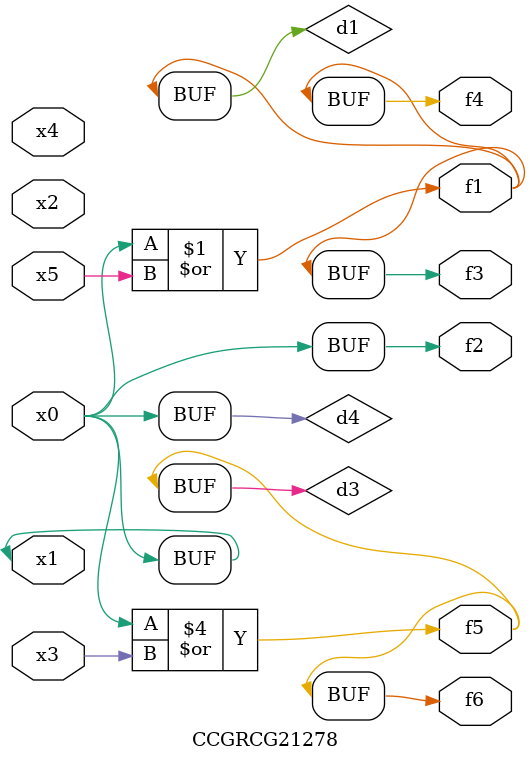
<source format=v>
module CCGRCG21278(
	input x0, x1, x2, x3, x4, x5,
	output f1, f2, f3, f4, f5, f6
);

	wire d1, d2, d3, d4;

	or (d1, x0, x5);
	xnor (d2, x1, x4);
	or (d3, x0, x3);
	buf (d4, x0, x1);
	assign f1 = d1;
	assign f2 = d4;
	assign f3 = d1;
	assign f4 = d1;
	assign f5 = d3;
	assign f6 = d3;
endmodule

</source>
